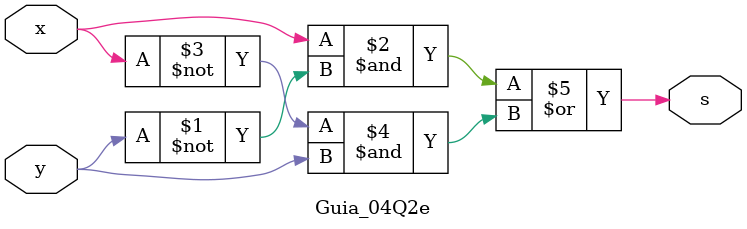
<source format=v>
module Guia_04Q2a (output s, input x, y);
    assign s = (~x & y); // x'·y
endmodule

// Guia_04Q2b.v
module Guia_04Q2b (output s, input x, y);
    assign s = (x | y); // x + y
endmodule

// Guia_04Q2c.v
module Guia_04Q2c (output s, input x, y);
    assign s = x; // simplificado para x
endmodule

// Guia_04Q2d.v
module Guia_04Q2d (output s, input x, y);
    assign s = 1'b1; // sempre 1
endmodule

// Guia_04Q2e.v
module Guia_04Q2e (output s, input x, y);
    assign s = (x & ~y) | (~x & y); // XOR
endmodule
    
</source>
